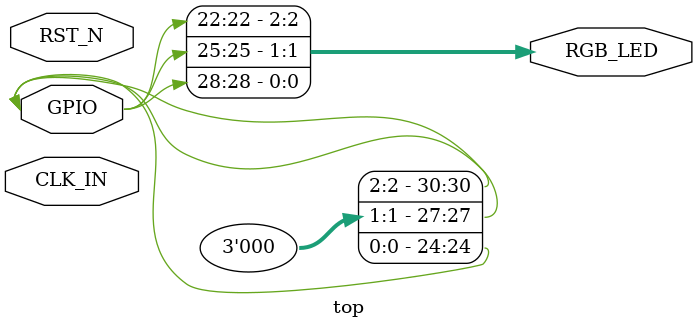
<source format=v>
module top(
	input wire  CLK_IN,
	input wire  RST_N,
	output wire [2:0]RGB_LED,
	inout wire [30:0]GPIO
);

	assign GPIO[30] = 0;
	assign GPIO[27] = 0;
	assign GPIO[24] = 0;

	assign RGB_LED[0] = GPIO[28];
	assign RGB_LED[1] = GPIO[25];
	assign RGB_LED[2] = GPIO[22];

endmodule

</source>
